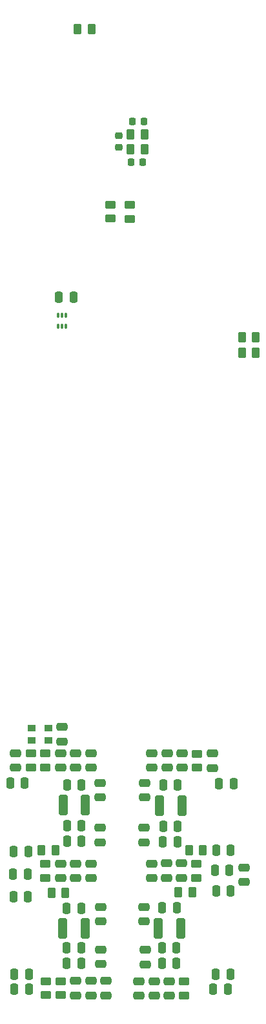
<source format=gbp>
G04 #@! TF.GenerationSoftware,KiCad,Pcbnew,9.0.7-9.0.7~ubuntu24.04.1*
G04 #@! TF.CreationDate,2026-01-15T11:56:15+01:00*
G04 #@! TF.ProjectId,nerdqaxe++,6e657264-7161-4786-952b-2b2e6b696361,rev?*
G04 #@! TF.SameCoordinates,Original*
G04 #@! TF.FileFunction,Paste,Bot*
G04 #@! TF.FilePolarity,Positive*
%FSLAX46Y46*%
G04 Gerber Fmt 4.6, Leading zero omitted, Abs format (unit mm)*
G04 Created by KiCad (PCBNEW 9.0.7-9.0.7~ubuntu24.04.1) date 2026-01-15 11:56:15*
%MOMM*%
%LPD*%
G01*
G04 APERTURE LIST*
G04 Aperture macros list*
%AMRoundRect*
0 Rectangle with rounded corners*
0 $1 Rounding radius*
0 $2 $3 $4 $5 $6 $7 $8 $9 X,Y pos of 4 corners*
0 Add a 4 corners polygon primitive as box body*
4,1,4,$2,$3,$4,$5,$6,$7,$8,$9,$2,$3,0*
0 Add four circle primitives for the rounded corners*
1,1,$1+$1,$2,$3*
1,1,$1+$1,$4,$5*
1,1,$1+$1,$6,$7*
1,1,$1+$1,$8,$9*
0 Add four rect primitives between the rounded corners*
20,1,$1+$1,$2,$3,$4,$5,0*
20,1,$1+$1,$4,$5,$6,$7,0*
20,1,$1+$1,$6,$7,$8,$9,0*
20,1,$1+$1,$8,$9,$2,$3,0*%
G04 Aperture macros list end*
%ADD10RoundRect,0.250000X-0.475000X0.250000X-0.475000X-0.250000X0.475000X-0.250000X0.475000X0.250000X0*%
%ADD11RoundRect,0.250000X0.250000X0.475000X-0.250000X0.475000X-0.250000X-0.475000X0.250000X-0.475000X0*%
%ADD12RoundRect,0.250000X-0.262500X-0.450000X0.262500X-0.450000X0.262500X0.450000X-0.262500X0.450000X0*%
%ADD13RoundRect,0.250000X0.262500X0.450000X-0.262500X0.450000X-0.262500X-0.450000X0.262500X-0.450000X0*%
%ADD14RoundRect,0.250000X0.475000X-0.250000X0.475000X0.250000X-0.475000X0.250000X-0.475000X-0.250000X0*%
%ADD15RoundRect,0.250000X-0.450000X0.262500X-0.450000X-0.262500X0.450000X-0.262500X0.450000X0.262500X0*%
%ADD16RoundRect,0.225000X-0.225000X-0.250000X0.225000X-0.250000X0.225000X0.250000X-0.225000X0.250000X0*%
%ADD17RoundRect,0.250000X-0.325000X-1.100000X0.325000X-1.100000X0.325000X1.100000X-0.325000X1.100000X0*%
%ADD18RoundRect,0.250000X0.450000X-0.262500X0.450000X0.262500X-0.450000X0.262500X-0.450000X-0.262500X0*%
%ADD19RoundRect,0.250000X-0.250000X-0.475000X0.250000X-0.475000X0.250000X0.475000X-0.250000X0.475000X0*%
%ADD20RoundRect,0.225000X0.250000X-0.225000X0.250000X0.225000X-0.250000X0.225000X-0.250000X-0.225000X0*%
%ADD21RoundRect,0.250000X0.325000X1.100000X-0.325000X1.100000X-0.325000X-1.100000X0.325000X-1.100000X0*%
%ADD22R,1.000000X0.900000*%
%ADD23RoundRect,0.225000X0.225000X0.250000X-0.225000X0.250000X-0.225000X-0.250000X0.225000X-0.250000X0*%
%ADD24RoundRect,0.050000X-0.100000X0.285000X-0.100000X-0.285000X0.100000X-0.285000X0.100000X0.285000X0*%
G04 APERTURE END LIST*
D10*
X92180000Y-142340000D03*
X92180000Y-144240000D03*
D11*
X109190000Y-140190000D03*
X107290000Y-140190000D03*
D12*
X85697500Y-140460000D03*
X87522500Y-140460000D03*
D13*
X97900000Y-43000000D03*
X96075000Y-43000000D03*
D10*
X102860000Y-122190000D03*
X102860000Y-124090000D03*
D14*
X97190000Y-153950000D03*
X97190000Y-152050000D03*
D15*
X104720000Y-136687500D03*
X104720000Y-138512500D03*
D16*
X96325000Y-39400000D03*
X97875000Y-39400000D03*
D10*
X92855000Y-152020000D03*
X92855000Y-153920000D03*
D17*
X99725000Y-145100000D03*
X102675000Y-145100000D03*
D14*
X86890000Y-138545000D03*
X86890000Y-136645000D03*
D15*
X103100000Y-152077500D03*
X103100000Y-153902500D03*
D10*
X106790000Y-122220000D03*
X106790000Y-124120000D03*
D18*
X84900000Y-138522500D03*
X84900000Y-136697500D03*
D13*
X86212500Y-134900000D03*
X84387500Y-134900000D03*
D11*
X89600000Y-147700000D03*
X87700000Y-147700000D03*
D10*
X88870000Y-152020000D03*
X88870000Y-153920000D03*
D11*
X82190000Y-126120000D03*
X80290000Y-126120000D03*
D18*
X93470000Y-52125000D03*
X93470000Y-50300000D03*
D12*
X103757500Y-134890000D03*
X105582500Y-134890000D03*
D19*
X107130000Y-137500000D03*
X109030000Y-137500000D03*
X100340000Y-131770000D03*
X102240000Y-131770000D03*
X100210000Y-149700000D03*
X102110000Y-149700000D03*
X100220000Y-142400000D03*
X102120000Y-142400000D03*
X100330000Y-133750000D03*
X102230000Y-133750000D03*
D11*
X82590000Y-138030000D03*
X80690000Y-138030000D03*
D10*
X92200000Y-147930000D03*
X92200000Y-149830000D03*
D14*
X101150000Y-153965000D03*
X101150000Y-152065000D03*
D11*
X109160000Y-151110000D03*
X107260000Y-151110000D03*
D14*
X110970000Y-139050000D03*
X110970000Y-137150000D03*
X88890000Y-138545000D03*
X88890000Y-136645000D03*
D15*
X85010000Y-152047500D03*
X85010000Y-153872500D03*
D19*
X80760000Y-135070000D03*
X82660000Y-135070000D03*
D14*
X99175000Y-153965000D03*
X99175000Y-152065000D03*
D19*
X80700000Y-141020000D03*
X82600000Y-141020000D03*
D10*
X92100000Y-131950000D03*
X92100000Y-133850000D03*
D11*
X88600000Y-62400000D03*
X86700000Y-62400000D03*
D18*
X86920000Y-153882500D03*
X86920000Y-152057500D03*
D14*
X90887476Y-124088486D03*
X90887476Y-122188486D03*
X102770000Y-138520000D03*
X102770000Y-136620000D03*
D11*
X89650000Y-133700000D03*
X87750000Y-133700000D03*
X89650000Y-131700000D03*
X87750000Y-131700000D03*
D13*
X112512500Y-69700000D03*
X110687500Y-69700000D03*
D14*
X97980000Y-149840000D03*
X97980000Y-147940000D03*
X87100000Y-120650000D03*
X87100000Y-118750000D03*
D19*
X107700000Y-126130000D03*
X109600000Y-126130000D03*
D20*
X94500000Y-42775000D03*
X94500000Y-41225000D03*
D14*
X97820000Y-133860000D03*
X97820000Y-131960000D03*
D15*
X84927476Y-122215986D03*
X84927476Y-124040986D03*
D21*
X90175000Y-129000000D03*
X87225000Y-129000000D03*
D14*
X88887476Y-124088486D03*
X88887476Y-122188486D03*
X97820000Y-144240000D03*
X97820000Y-142340000D03*
D13*
X104182500Y-140420000D03*
X102357500Y-140420000D03*
D10*
X100850000Y-122190000D03*
X100850000Y-124090000D03*
D22*
X85275000Y-120475000D03*
X83125000Y-120475000D03*
X83125000Y-118925000D03*
X85275000Y-118925000D03*
D19*
X100370000Y-126340000D03*
X102270000Y-126340000D03*
X100210000Y-147700000D03*
X102110000Y-147700000D03*
D11*
X109220000Y-134900000D03*
X107320000Y-134900000D03*
D18*
X83007476Y-124040986D03*
X83007476Y-122215986D03*
D13*
X90942500Y-27310000D03*
X89117500Y-27310000D03*
X97900000Y-41100000D03*
X96075000Y-41100000D03*
D21*
X90155000Y-145110000D03*
X87205000Y-145110000D03*
D18*
X95990000Y-52132500D03*
X95990000Y-50307500D03*
X104820000Y-124062500D03*
X104820000Y-122237500D03*
D19*
X80830000Y-151140000D03*
X82730000Y-151140000D03*
D11*
X82730000Y-153130000D03*
X80830000Y-153130000D03*
D23*
X97675000Y-44700000D03*
X96125000Y-44700000D03*
D13*
X112512500Y-67700000D03*
X110687500Y-67700000D03*
D14*
X90890000Y-138545000D03*
X90890000Y-136645000D03*
D24*
X86600000Y-64759539D03*
X87100000Y-64759539D03*
X87600000Y-64759539D03*
X87600000Y-66239539D03*
X87100000Y-66239539D03*
X86600000Y-66239539D03*
D11*
X89620000Y-142470000D03*
X87720000Y-142470000D03*
D17*
X99845000Y-129070000D03*
X102795000Y-129070000D03*
D11*
X89620000Y-149700000D03*
X87720000Y-149700000D03*
X89640000Y-126300000D03*
X87740000Y-126300000D03*
D19*
X106920000Y-153120000D03*
X108820000Y-153120000D03*
D14*
X86887476Y-124088486D03*
X86887476Y-122188486D03*
D10*
X90870000Y-152020000D03*
X90870000Y-153920000D03*
D14*
X98830000Y-138530000D03*
X98830000Y-136630000D03*
X97890000Y-127940000D03*
X97890000Y-126040000D03*
D10*
X81030000Y-122190000D03*
X81030000Y-124090000D03*
X92100000Y-126050000D03*
X92100000Y-127950000D03*
X98890000Y-122190000D03*
X98890000Y-124090000D03*
D14*
X100800000Y-138520000D03*
X100800000Y-136620000D03*
M02*

</source>
